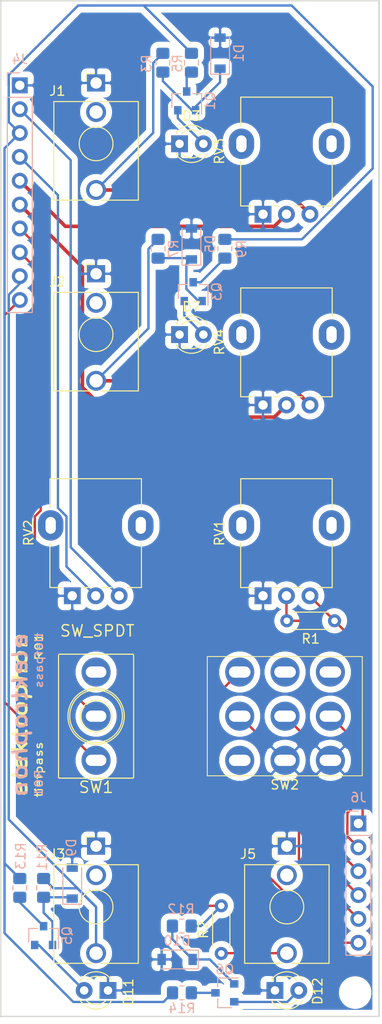
<source format=kicad_pcb>
(kicad_pcb (version 20221018) (generator pcbnew)
  (title_block (title "tiefpass") (date "2021-08-15") (rev "R01") (comment 1 "PCB for mount circuit") (comment 2 "LPG design by Don Buchla") (comment 4 "License CC BY 4.0 - Attribution 4.0 International"))
  (layers (0 "F.Cu" signal) (31 "B.Cu" signal) (34 "B.Paste" user) (35 "F.Paste" user) (36 "B.SilkS" user "B.Silkscreen") (37 "F.SilkS" user "F.Silkscreen") (38 "B.Mask" user) (39 "F.Mask" user) (44 "Edge.Cuts" user))
  (net 0 "")
  (net 1 "GND")
  (net 2 "+15V")
  (net 3 "Net-(SW1-Pad3)")
  (net 4 "/S4")
  (net 5 "/S3")
  (net 6 "Net-(J2-PadTN)")
  (net 7 "Net-(J3-PadTN)")
  (net 8 "/S1")
  (net 9 "/S2")
  (net 10 "Net-(J1-PadTN)")
  (net 11 "Net-(SW2-Pad3)")
  (net 12 "IN")
  (net 13 "/S2b")
  (net 14 "/S2a")
  (net 15 "OUT")
  (net 16 "RES_1_out")
  (net 17 "RES_1")
  (net 18 "CV2")
  (net 19 "CV1")
  (net 20 "CV")
  (net 21 "+5V")
  (net 22 "Net-(J5-PadTN)")
  (net 23 "Net-(J5-PadT)")
  (net 24 "Net-(SW2-Pad7)")
  (net 25 "Net-(SW2-Pad6)")
  (net 26 "Net-(D1-Pad1)")
  (net 27 "Net-(D3-Pad2)")
  (net 28 "Net-(D5-Pad1)")
  (net 29 "Net-(D7-Pad2)")
  (net 30 "Net-(D9-Pad1)")
  (net 31 "Net-(D10-Pad1)")
  (net 32 "Net-(D11-Pad2)")
  (net 33 "Net-(D12-Pad2)")
  (net 34 "/CV_1")
  (net 35 "/CV_2")
  (net 36 "Net-(Q1-Pad3)")
  (net 37 "Net-(Q3-Pad3)")
  (net 38 "Net-(Q5-Pad3)")
  (net 39 "Net-(Q6-Pad3)")
  (footprint "Resistor_THT:R_Axial_DIN0204_L3.6mm_D1.6mm_P5.08mm_Horizontal" (layer "F.Cu") (at 74.295 152.273 90)
    (fp_text reference "R2" (at 2.54 -1.92 90) (layer "F.SilkS"))
    (fp_text value "1k")
    (pad "1" thru_hole circle (at 0 0 90) (size 1.4 1.4) (drill 0.7) (layers "*.Cu" "*.Mask") (net 23 "Net-(J5-PadT)"))
    (pad "2" thru_hole oval (at 5.08 0 90) (size 1.4 1.4) (drill 0.7) (layers "*.Cu" "*.Mask") (net 15 "OUT"))
  )
  (footprint "elektrophon:Jack_3.5mm_WQP-PJ398SM_Vertical" (layer "F.Cu") (at 60.96 147.32)
    (fp_text reference "J3" (at -4.13 -5.63) (layer "F.SilkS"))
    (fp_text value "IN")
    (pad "S" thru_hole rect (at 0 -6.48 180) (size 1.93 1.83) (drill 1.22) (layers "*.Cu" "*.Mask") (net 1 "GND"))
    (pad "T" thru_hole circle (at 0 4.92 180) (size 2.13 2.13) (drill 1.43) (layers "*.Cu" "*.Mask") (net 12 "IN"))
    (pad "TN" thru_hole circle (at 0 -3.38 180) (size 2.13 2.13) (drill 1.42) (layers "*.Cu" "*.Mask") (net 7 "Net-(J3-PadTN)"))
  )
  (footprint "elektrophon:Jack_3.5mm_WQP-PJ398SM_Vertical" (layer "F.Cu") (at 60.96 66.04)
    (fp_text reference "J1" (at -4.13 -5.63) (layer "F.SilkS"))
    (fp_text value "CV1")
    (pad "S" thru_hole rect (at 0 -6.48 180) (size 1.93 1.83) (drill 1.22) (layers "*.Cu" "*.Mask") (net 1 "GND"))
    (pad "T" thru_hole circle (at 0 4.92 180) (size 2.13 2.13) (drill 1.43) (layers "*.Cu" "*.Mask") (net 34 "/CV_1"))
    (pad "TN" thru_hole circle (at 0 -3.38 180) (size 2.13 2.13) (drill 1.42) (layers "*.Cu" "*.Mask") (net 10 "Net-(J1-PadTN)"))
  )
  (footprint "elektrophon:Jack_3.5mm_WQP-PJ398SM_Vertical" (layer "F.Cu") (at 60.96 86.36)
    (fp_text reference "J2" (at -4.13 -5.63) (layer "F.SilkS"))
    (fp_text value "CV2")
    (pad "S" thru_hole rect (at 0 -6.48 180) (size 1.93 1.83) (drill 1.22) (layers "*.Cu" "*.Mask") (net 1 "GND"))
    (pad "T" thru_hole circle (at 0 4.92 180) (size 2.13 2.13) (drill 1.43) (layers "*.Cu" "*.Mask") (net 35 "/CV_2"))
    (pad "TN" thru_hole circle (at 0 -3.38 180) (size 2.13 2.13) (drill 1.42) (layers "*.Cu" "*.Mask") (net 6 "Net-(J2-PadTN)"))
  )
  (footprint "elektrophon:Potentiometer_Alpha_RD901F-40-00D_Single_Vertical" (layer "F.Cu") (at 60.96 106.68 90)
    (fp_text reference "RV2" (at -0.79 -7.18 270) (layer "F.SilkS"))
    (fp_text value "10k")
    (pad "" thru_hole oval (at 0 -4.84 180) (size 2.72 3.24) (drill oval 1.1 1.8) (layers "*.Cu" "*.Mask"))
    (pad "" thru_hole oval (at 0 4.76 180) (size 2.72 3.24) (drill oval 1.1 1.8) (layers "*.Cu" "*.Mask"))
    (pad "1" thru_hole rect (at -7.5 -2.54 180) (size 1.8 1.8) (drill 1) (layers "*.Cu" "*.Mask") (net 1 "GND"))
    (pad "2" thru_hole circle (at -7.5 -0.04 180) (size 1.8 1.8) (drill 1) (layers "*.Cu" "*.Mask") (net 20 "CV"))
    (pad "3" thru_hole circle (at -7.5 2.46 180) (size 1.8 1.8) (drill 1) (layers "*.Cu" "*.Mask") (net 2 "+15V"))
  )
  (footprint "elektrophon:Potentiometer_Alpha_RD901F-40-00D_Single_Vertical" (layer "F.Cu") (at 81.28 66.04 90)
    (fp_text reference "RV3" (at -0.79 -7.18 270) (layer "F.SilkS"))
    (fp_text value "100k")
    (pad "" thru_hole oval (at 0 -4.84 180) (size 2.72 3.24) (drill oval 1.1 1.8) (layers "*.Cu" "*.Mask"))
    (pad "" thru_hole oval (at 0 4.76 180) (size 2.72 3.24) (drill oval 1.1 1.8) (layers "*.Cu" "*.Mask"))
    (pad "1" thru_hole rect (at -7.5 -2.54 180) (size 1.8 1.8) (drill 1) (layers "*.Cu" "*.Mask") (net 1 "GND"))
    (pad "2" thru_hole circle (at -7.5 -0.04 180) (size 1.8 1.8) (drill 1) (layers "*.Cu" "*.Mask") (net 19 "CV1"))
    (pad "3" thru_hole circle (at -7.5 2.46 180) (size 1.8 1.8) (drill 1) (layers "*.Cu" "*.Mask") (net 34 "/CV_1"))
  )
  (footprint "elektrophon:Potentiometer_Alpha_RD901F-40-00D_Single_Vertical" (layer "F.Cu") (at 81.28 86.36 90)
    (fp_text reference "RV4" (at -0.79 -7.18 270) (layer "F.SilkS"))
    (fp_text value "100k")
    (pad "" thru_hole oval (at 0 -4.84 180) (size 2.72 3.24) (drill oval 1.1 1.8) (layers "*.Cu" "*.Mask"))
    (pad "" thru_hole oval (at 0 4.76 180) (size 2.72 3.24) (drill oval 1.1 1.8) (layers "*.Cu" "*.Mask"))
    (pad "1" thru_hole rect (at -7.5 -2.54 180) (size 1.8 1.8) (drill 1) (layers "*.Cu" "*.Mask") (net 1 "GND"))
    (pad "2" thru_hole circle (at -7.5 -0.04 180) (size 1.8 1.8) (drill 1) (layers "*.Cu" "*.Mask") (net 18 "CV2"))
    (pad "3" thru_hole circle (at -7.5 2.46 180) (size 1.8 1.8) (drill 1) (layers "*.Cu" "*.Mask") (net 35 "/CV_2"))
  )
  (footprint "elektrophon:3PDT" (layer "F.Cu") (at 81.06 127)
    (fp_text reference "SW2" (at 0 7.3) (layer "F.SilkS"))
    (fp_text value "SWITCH_3PDT")
    (pad "1" thru_hole circle (at 4.86 4.7) (size 3.1 3.1) (drill oval 2.3 1.2) (layers "*.Cu" "*.Mask") (net 1 "GND"))
    (pad "2" thru_hole circle (at 4.86 0) (size 3.1 3.1) (drill oval 2.3 1.2) (layers "*.Cu" "*.Mask") (net 8 "/S1"))
    (pad "3" thru_hole circle (at 4.86 -4.7) (size 3.1 3.1) (drill oval 2.3 1.2) (layers "*.Cu" "*.Mask") (net 11 "Net-(SW2-Pad3)"))
    (pad "4" thru_hole circle (at 0.03 4.7) (size 3.1 3.1) (drill oval 2.3 1.2) (layers "*.Cu" "*.Mask") (net 1 "GND"))
    (pad "5" thru_hole circle (at 0.03 0) (size 3.1 3.1) (drill oval 2.3 1.2) (layers "*.Cu" "*.Mask") (net 9 "/S2"))
    (pad "6" thru_hole circle (at 0.03 -4.7) (size 3.1 3.1) (drill oval 2.3 1.2) (layers "*.Cu" "*.Mask") (net 25 "Net-(SW2-Pad6)"))
    (pad "7" thru_hole circle (at -4.8 4.7) (size 3.1 3.1) (drill oval 2.3 1.2) (layers "*.Cu" "*.Mask") (net 24 "Net-(SW2-Pad7)"))
    (pad "8" thru_hole circle (at -4.8 0) (size 3.1 3.1) (drill oval 2.3 1.2) (layers "*.Cu" "*.Mask") (net 5 "/S3"))
    (pad "9" thru_hole circle (at -4.8 -4.7) (size 3.1 3.1) (drill oval 2.3 1.2) (layers "*.Cu" "*.Mask") (net 4 "/S4"))
  )
  (footprint "elektrophon:Jack_3.5mm_WQP-PJ398SM_Vertical" (layer "F.Cu") (at 81.28 147.32)
    (fp_text reference "J5" (at -4.13 -5.63) (layer "F.SilkS"))
    (fp_text value "OUT")
    (pad "S" thru_hole rect (at 0 -6.48 180) (size 1.93 1.83) (drill 1.22) (layers "*.Cu" "*.Mask") (net 1 "GND"))
    (pad "T" thru_hole circle (at 0 4.92 180) (size 2.13 2.13) (drill 1.43) (layers "*.Cu" "*.Mask") (net 23 "Net-(J5-PadT)"))
    (pad "TN" thru_hole circle (at 0 -3.38 180) (size 2.13 2.13) (drill 1.42) (layers "*.Cu" "*.Mask") (net 22 "Net-(J5-PadTN)"))
  )
  (footprint "elektrophon:SPDT_KIT" (layer "F.Cu") (at 60.96 127 180)
    (fp_text reference "SW1" (at -1.94056 -8.27532) (layer "F.SilkS") (effects (font (size 1.2065 1.2065) (thickness 0.1524)) (justify right bottom)))
    (fp_text value "SW_SPDT" (at -4.191 8.382) (layer "F.SilkS") (effects (font (size 1.2065 1.2065) (thickness 0.1524)) (justify right bottom)))
    (pad "1" thru_hole circle (at 0 -4.7 180) (size 3.1 3.1) (drill oval 2.2 1.2) (layers "*.Cu" "*.Mask") (net 13 "/S2b"))
    (pad "2" thru_hole circle (at 0 0 180) (size 3.1 3.1) (drill oval 2.2 1.2) (layers "*.Cu" "*.Mask") (net 14 "/S2a"))
    (pad "3" thru_hole circle (at 0 4.7 180) (size 3.1 3.1) (drill oval 2.2 1.2) (layers "*.Cu" "*.Mask") (net 3 "Net-(SW1-Pad3)"))
  )
  (footprint "Resistor_THT:R_Axial_DIN0204_L3.6mm_D1.6mm_P5.08mm_Horizontal" (layer "F.Cu") (at 86.36 116.84 180)
    (fp_text reference "R1" (at 2.54 -1.92) (layer "F.SilkS"))
    (fp_text value "22k")
    (pad "1" thru_hole circle (at 0 0 180) (size 1.4 1.4) (drill 0.7) (layers "*.Cu" "*.Mask") (net 17 "RES_1"))
    (pad "2" thru_hole oval (at 5.08 0 180) (size 1.4 1.4) (drill 0.7) (layers "*.Cu" "*.Mask") (net 16 "RES_1_out"))
  )
  (footprint "elektrophon:Potentiometer_Alpha_RD901F-40-00D_Single_Vertical" (layer "F.Cu") (at 81.28 106.68 90)
    (fp_text reference "RV1" (at -0.79 -7.18 270) (layer "F.SilkS"))
    (fp_text value "100k")
    (pad "" thru_hole oval (at 0 -4.84 180) (size 2.72 3.24) (drill oval 1.1 1.8) (layers "*.Cu" "*.Mask"))
    (pad "" thru_hole oval (at 0 4.76 180) (size 2.72 3.24) (drill oval 1.1 1.8) (layers "*.Cu" "*.Mask"))
    (pad "1" thru_hole rect (at -7.5 -2.54 180) (size 1.8 1.8) (drill 1) (layers "*.Cu" "*.Mask") (net 1 "GND"))
    (pad "2" thru_hole circle (at -7.5 -0.04 180) (size 1.8 1.8) (drill 1) (layers "*.Cu" "*.Mask") (net 16 "RES_1_out"))
    (pad "3" thru_hole circle (at -7.5 2.46 180) (size 1.8 1.8) (drill 1) (layers "*.Cu" "*.Mask") (net 17 "RES_1"))
  )
  (footprint "MountingHole:MountingHole_2.2mm_M2" (layer "F.Cu") (at 53.34 53.34)
    (fp_text reference "H1" hide)
    (fp_text value "MountingHole" hide)
    (pad "" np_thru_hole circle (at 0 0) (size 2.2 2.2) (drill 2.2) (layers "*.Cu" "*.Mask"))
  )
  (footprint "MountingHole:MountingHole_2.2mm_M2" (layer "F.Cu") (at 88.56 53.34)
    (fp_text reference "H2" hide)
    (fp_text value "MountingHole" hide)
    (pad "" np_thru_hole circle (at 0 0) (size 2.2 2.2) (drill 2.2) (layers "*.Cu" "*.Mask"))
  )
  (footprint "MountingHole:MountingHole_2.2mm_M2" (layer "F.Cu") (at 88.56 156.44)
    (fp_text reference "H4" hide)
    (fp_text value "MountingHole" hide)
    (pad "" np_thru_hole circle (at 0 0) (size 2.2 2.2) (drill 2.2) (layers "*.Cu" "*.Mask"))
  )
  (footprint "LED_THT:LED_D3.0mm" (layer "F.Cu") (at 69.85 66.04)
    (fp_text reference "D3" (at 1.27 -2.96) (layer "F.SilkS"))
    (fp_text value "LED (Yellow)")
    (pad "1" thru_hole rect (at 0 0) (size 1.8 1.8) (drill 0.9) (layers "*.Cu" "*.Mask") (net 1 "GND"))
    (pad "2" thru_hole circle (at 2.54 0) (size 1.8 1.8) (drill 0.9) (layers "*.Cu" "*.Mask") (net 27 "Net-(D3-Pad2)"))
  )
  (footprint "LED_THT:LED_D3.0mm" (layer "F.Cu") (at 69.85 86.36)
    (fp_text reference "D7" (at 1.27 -2.96) (layer "F.SilkS"))
    (fp_text value "LED (Yellow)")
    (pad "1" thru_hole rect (at 0 0) (size 1.8 1.8) (drill 0.9) (layers "*.Cu" "*.Mask") (net 1 "GND"))
    (pad "2" thru_hole circle (at 2.54 0) (size 1.8 1.8) (drill 0.9) (layers "*.Cu" "*.Mask") (net 29 "Net-(D7-Pad2)"))
  )
  (footprint "LED_THT:LED_D3.0mm" (layer "F.Cu") (at 62.23 156.21 180)
    (fp_text reference "D11" (at -2.17932 -0.16764 90) (layer "F.SilkS"))
    (fp_text value "LED (Green)" hide)
    (pad "1" thru_hole rect (at 0 0 180) (size 1.8 1.8) (drill 0.9) (layers "*.Cu" "*.Mask") (net 1 "GND"))
    (pad "2" thru_hole circle (at 2.54 0 180) (size 1.8 1.8) (drill 0.9) (layers "*.Cu" "*.Mask") (net 32 "Net-(D11-Pad2)"))
  )
  (footprint "LED_THT:LED_D3.0mm" (layer "F.Cu") (at 80.01 156.21)
    (fp_text reference "D12" (at 4.5466 0.08128 90) (layer "F.SilkS"))
    (fp_text value "LED (Red)" hide)
    (pad "1" thru_hole rect (at 0 0) (size 1.8 1.8) (drill 0.9) (layers "*.Cu" "*.Mask") (net 1 "GND"))
    (pad "2" thru_hole circle (at 2.54 0) (size 1.8 1.8) (drill 0.9) (layers "*.Cu" "*.Mask") (net 33 "Net-(D12-Pad2)"))
  )
  (footprint "MountingHole:MountingHole_2.2mm_M2" (layer "F.Cu") (at 53.34 156.44)
    (fp_text reference "H3" hide)
    (fp_text value "MountingHole" hide)
    (pad "" np_thru_hole circle (at 0 0) (size 2.2 2.2) (drill 2.2) (layers "*.Cu" "*.Mask"))
  )
  (footprint "elektrophon:elektrophon logo" (layer "F.Cu") (at 53.85816 126.85776 90)
    (fp_text reference "REF**" hide)
    (fp_text value "elektrophon logo" hide)
    (fp_text user "elektrophon" (at 0 -1.016 90) (layer "B.SilkS") (effects (font (size 1.5 2) (thickness 0.3) italic) (justify mirror)))
    (fp_text user "R01" (at -8.83 1 90) (layer "B.SilkS") (effects (font (size 0.8 1)) (justify right mirror)))
    (fp_text user "tiefpass" (at 8.84 1.02 90) (layer "B.SilkS") (effects (font (size 0.8 1)) (justify left mirror)))
    (fp_text user "R01" (at 8.8 1.02 90) (layer "F.SilkS") (effects (font (size 0.8 1)) (justify right)))
    (fp_text user "tiefpass" (at -8.88 1 90) (layer "F.SilkS") (effects (font (size 0.8 1)) (justify left)))
    (fp_text user "elektrophon" (at 0 -1.016 90) (layer "F.SilkS") (effects (font (size 1.5 2) (thickness 0.3) italic)))
  )
  (footprint "Diode_SMD:D_SOD-123" (layer "B.Cu") (at 74.168 56.388 90)
    (fp_text reference "D1" (at 0 2 270) (layer "B.SilkS") (effects (justify mirror)))
    (fp_text value "1N4148W")
    (pad "1" smd rect (at -1.65 0 90) (size 0.9 1.2) (layers "B.Cu" "B.Paste" "B.Mask") (net 26 "Net-(D1-Pad1)"))
    (pad "2" smd rect (at 1.65 0 90) (size 0.9 1.2) (layers "B.Cu" "B.Paste" "B.Mask") (net 1 "GND"))
  )
  (footprint "Diode_SMD:D_SOD-123" (layer "B.Cu") (at 71.12 76.708 90)
    (fp_text reference "D5" (at 0 2 90) (layer "B.SilkS") (effects (justify mirror)))
    (fp_text value "1N4148W")
    (pad "1" smd rect (at -1.65 0 90) (size 0.9 1.2) (layers "B.Cu" "B.Paste" "B.Mask") (net 28 "Net-(D5-Pad1)"))
    (pad "2" smd rect (at 1.65 0 90) (size 0.9 1.2) (layers "B.Cu" "B.Paste" "B.Mask") (net 1 "GND"))
  )
  (footprint "Diode_SMD:D_SOD-123" (layer "B.Cu") (at 58.42 144.78 90)
    (fp_text reference "D9" (at 3.7846 -0.09652 90) (layer "B.SilkS") (effects (justify mirror)))
    (fp_text value "1N4148W")
    (pad "1" smd rect (at -1.65 0 90) (size 0.9 1.2) (layers "B.Cu" "B.Paste" "B.Mask") (net 30 "Net-(D9-Pad1)"))
    (pad "2" smd rect (at 1.65 0 90) (size 0.9 1.2) (layers "B.Cu" "B.Paste" "B.Mask") (net 1 "GND"))
  )
  (footprint "Diode_SMD:D_SOD-123" (layer "B.Cu") (at 69.596 152.908 180)
    (fp_text reference "D10" (at 0 2) (layer "B.SilkS") (effects (justify mirror)))
    (fp_text value "1N4148W")
    (pad "1" smd rect (at -1.65 0 180) (size 0.9 1.2) (layers "B.Cu" "B.Paste" "B.Mask") (net 31 "Net-(D10-Pad1)"))
    (pad "2" smd rect (at 1.65 0 180) (size 0.9 1.2) (layers "B.Cu" "B.Paste" "B.Mask") (net 1 "GND"))
  )
  (footprint "Connector_PinSocket_2.54mm:PinSocket_1x10_P2.54mm_Vertical" (layer "B.Cu") (at 52.832 59.817 180)
    (fp_text reference "J4" (at 0 2.77) (layer "B.SilkS") (effects (justify mirror)))
    (fp_text value "Conn_01x10_Male" hide)
    (pad "1" thru_hole rect (at 0 0 180) (size 1.7 1.7) (drill 1) (layers "*.Cu" "*.Mask") (net 1 "GND"))
    (pad "2" thru_hole oval (at 0 -2.54 180) (size 1.7 1.7) (drill 1) (layers "*.Cu" "*.Mask") (net 2 "+15V"))
    (pad "3" thru_hole oval (at 0 -5.08 180) (size 1.7 1.7) (drill 1) (layers "*.Cu" "*.Mask") (net 21 "+5V"))
    (pad "4" thru_hole oval (at 0 -7.62 180) (size 1.7 1.7) (drill 1) (layers "*.Cu" "*.Mask") (net 20 "CV"))
    (pad "5" thru_hole oval (at 0 -10.16 180) (size 1.7 1.7) (drill 1) (layers "*.Cu" "*.Mask") (net 19 "CV1"))
    (pad "6" thru_hole oval (at 0 -12.7 180) (size 1.7 1.7) (drill 1) (layers "*.Cu" "*.Mask") (net 18 "CV2"))
    (pad "7" thru_hole oval (at 0 -15.24 180) (size 1.7 1.7) (drill 1) (layers "*.Cu" "*.Mask") (net 14 "/S2a"))
    (pad "8" thru_hole oval (at 0 -17.78 180) (size 1.7 1.7) (drill 1) (layers "*.Cu" "*.Mask") (net 13 "/S2b"))
    (pad "9" thru_hole oval (at 0 -20.32 180) (size 1.7 1.7) (drill 1) (layers "*.Cu" "*.Mask") (net 12 "IN"))
    (pad "10" thru_hole oval (at 0 -22.86 180) (size 1.7 1.7) (drill 1) (layers "*.Cu" "*.Mask") (net 15 "OUT"))
  )
  (footprint "Connector_PinSocket_2.54mm:PinSocket_1x06_P2.54mm_Vertical" (layer "B.Cu") (at 88.9 138.43 180)
    (fp_text reference "J6" (at 0 2.77) (layer "B.SilkS") (effects (justify mirror)))
    (fp_text value "Conn_01x06_Male" hide)
    (pad "1" thru_hole rect (at 0 0 180) (size 1.7 1.7) (drill 1) (layers "*.Cu" "*.Mask") (net 17 "RES_1"))
    (pad "2" thru_hole oval (at 0 -2.54 180) (size 1.7 1.7) (drill 1) (layers "*.Cu" "*.Mask") (net 16 "RES_1_out"))
    (pad "3" thru_hole oval (at 0 -5.08 180) (size 1.7 1.7) (drill 1) (layers "*.Cu" "*.Mask") (net 8 "/S1"))
    (pad "4" thru_hole oval (at 0 -7.62 180) (size 1.7 1.7) (drill 1) (layers "*.Cu" "*.Mask") (net 9 "/S2"))
    (pad "5" thru_hole oval (at 0 -10.16 180) (size 1.7 1.7) (drill 1) (layers "*.Cu" "*.Mask") (net 5 "/S3"))
    (pad "6" thru_hole oval (at 0 -12.7 180) (size 1.7 1.7) (drill 1) (layers "*.Cu" "*.Mask") (net 4 "/S4"))
  )
  (footprint "Package_TO_SOT_SMD:SOT-23" (layer "B.Cu") (at 70.612 61.468 90)
    (fp_text reference "Q1" (at 0 2.5 90) (layer "B.SilkS") (effects (justify mirror)))
    (fp_text value "MMBT3904")
    (pad "1" smd rect (at -1 0.95 90) (size 0.9 0.8) (layers "B.Cu" "B.Paste" "B.Mask") (net 26 "Net-(D1-Pad1)"))
    (pad "2" smd rect (at -1 -0.95 90) (size 0.9 0.8) (layers "B.Cu" "B.Paste" "B.Mask") (net 27 "Net-(D3-Pad2)"))
    (pad "3" smd rect (at 1 0 90) (size 0.9 0.8) (layers "B.Cu" "B.Paste" "B.Mask") (net 36 "Net-(Q1-Pad3)"))
  )
  (footprint "Package_TO_SOT_SMD:SOT-23" (layer "B.Cu") (at 71.302 81.788 90)
    (fp_text reference "Q3" (at 0 2.5 90) (layer "B.SilkS") (effects (justify mirror)))
    (fp_text value "MMBT3904")
    (pad "1" smd rect (at -1 0.95 90) (size 0.9 0.8) (layers "B.Cu" "B.Paste" "B.Mask") (net 28 "Net-(D5-Pad1)"))
    (pad "2" smd rect (at -1 -0.95 90) (size 0.9 0.8) (layers "B.Cu" "B.Paste" "B.Mask") (net 29 "Net-(D7-Pad2)"))
    (pad "3" smd rect (at 1 0 90) (size 0.9 0.8) (layers "B.Cu" "B.Paste" "B.Mask") (net 37 "Net-(Q3-Pad3)"))
  )
  (footprint "Package_TO_SOT_SMD:SOT-23" (layer "B.Cu") (at 55.372 150.368 90)
    (fp_text reference "Q5" (at 0 2.5 90) (layer "B.SilkS") (effects (justify mirror)))
    (fp_text value "MMBT3904")
    (pad "1" smd rect (at -1 0.95 90) (size 0.9 0.8) (layers "B.Cu" "B.Paste" "B.Mask") (net 30 "Net-(D9-Pad1)"))
    (pad "2" smd rect (at -1 -0.95 90) (size 0.9 0.8) (layers "B.Cu" "B.Paste" "B.Mask") (net 32 "Net-(D11-Pad2)"))
    (pad "3" smd rect (at 1 0 90) (size 0.9 0.8) (layers "B.Cu" "B.Paste" "B.Mask") (net 38 "Net-(Q5-Pad3)"))
  )
  (footprint "Package_TO_SOT_SMD:SOT-23" (layer "B.Cu") (at 74.676 156.464 180)
    (fp_text reference "Q6" (at 0 2.5) (layer "B.SilkS") (effects (justify mirror)))
    (fp_text value "MMBT3904")
    (pad "1" smd rect (at -1 0.95 180) (size 0.9 0.8) (layers "B.Cu" "B.Paste" "B.Mask") (net 31 "Net-(D10-Pad1)"))
    (pad "2" smd rect (at -1 -0.95 180) (size 0.9 0.8) (layers "B.Cu" "B.Paste" "B.Mask") (net 33 "Net-(D12-Pad2)"))
    (pad "3" smd rect (at 1 0 180) (size 0.9 0.8) (layers "B.Cu" "B.Paste" "B.Mask") (net 39 "Net-(Q6-Pad3)"))
  )
  (footprint "Resistor_SMD:R_0805_2012Metric_Pad1.20x1.40mm_HandSolder" (layer "B.Cu") (at 68.072 57.404 90)
    (fp_text reference "R3" (at -0.1016 -1.73736 90) (layer "B.SilkS") (effects (justify mirror)))
    (fp_text value "100k")
    (pad "1" smd roundrect (at -1 0 90) (size 1.2 1.4) (layers "B.Cu" "B.Paste" "B.Mask") (roundrect_rratio 0.208333) (net 26 "Net-(D1-Pad1)"))
    (pad "2" smd roundrect (at 1 0 90) (size 1.2 1.4) (layers "B.Cu" "B.Paste" "B.Mask") (roundrect_rratio 0.208333) (net 34 "/CV_1"))
  )
  (footprint "Resistor_SMD:R_0805_2012Metric_Pad1.20x1.40mm_HandSolder" (layer "B.Cu") (at 71.12 57.404 -90)
    (fp_text reference "R5" (at 0.0762 1.4986 90) (layer "B.SilkS") (effects (justify mirror)))
    (fp_text value "5k")
    (pad "1" smd roundrect (at -1 0 270) (size 1.2 1.4) (layers "B.Cu" "B.Paste" "B.Mask") (roundrect_rratio 0.208333) (net 21 "+5V"))
    (pad "2" smd roundrect (at 1 0 270) (size 1.2 1.4) (layers "B.Cu" "B.Paste" "B.Mask") (roundrect_rratio 0.208333) (net 36 "Net-(Q1-Pad3)"))
  )
  (footprint "Resistor_SMD:R_0805_2012Metric_Pad1.20x1.40mm_HandSolder" (layer "B.Cu") (at 67.564 77.216 90)
    (fp_text reference "R7" (at 0 1.65 90) (layer "B.SilkS") (effects (justify mirror)))
    (fp_text value "100k")
    (pad "1" smd roundrect (at -1 0 90) (size 1.2 1.4) (layers "B.Cu" "B.Paste" "B.Mask") (roundrect_rratio 0.208333) (net 28 "Net-(D5-Pad1)"))
    (pad "2" smd roundrect (at 1 0 90) (size 1.2 1.4) (layers "B.Cu" "B.Paste" "B.Mask") (roundrect_rratio 0.208333) (net 35 "/CV_2"))
  )
  (footprint "Resistor_SMD:R_0805_2012Metric_Pad1.20x1.40mm_HandSolder" (layer "B.Cu") (at 74.676 77.216 -90)
    (fp_text reference "R9" (at 0.02032 -1.77292 90) (layer "B.SilkS") (effects (justify mirror)))
    (fp_text value "5k")
    (pad "1" smd roundrect (at -1 0 270) (size 1.2 1.4) (layers "B.Cu" "B.Paste" "B.Mask") (roundrect_rratio 0.208333) (net 21 "+5V"))
    (pad "2" smd roundrect (at 1 0 270) (size 1.2 1.4) (layers "B.Cu" "B.Paste" "B.Mask") (roundrect_rratio 0.208333) (net 37 "Net-(Q3-Pad3)"))
  )
  (footprint "Resistor_SMD:R_0805_2012Metric_Pad1.20x1.40mm_HandSolder" (layer "B.Cu") (at 55.372 145.288 90)
    (fp_text reference "R11" (at 3.26136 -0.15748 90) (layer "B.SilkS") (effects (justify mirror)))
    (fp_text value "100k")
    (pad "1" smd roundrect (at -1 0 90) (size 1.2 1.4) (layers "B.Cu" "B.Paste" "B.Mask") (roundrect_rratio 0.208333) (net 30 "Net-(D9-Pad1)"))
    (pad "2" smd roundrect (at 1 0 90) (size 1.2 1.4) (layers "B.Cu" "B.Paste" "B.Mask") (roundrect_rratio 0.208333) (net 12 "IN"))
  )
  (footprint "Resistor_SMD:R_0805_2012Metric_Pad1.20x1.40mm_HandSolder" (layer "B.Cu") (at 70.088 149.352)
    (fp_text reference "R12" (at -0.08052 -1.79324) (layer "B.SilkS") (effects (justify mirror)))
    (fp_text value "100k")
    (pad "1" smd roundrect (at -1 0) (size 1.2 1.4) (layers "B.Cu" "B.Paste" "B.Mask") (roundrect_rratio 0.208333) (net 31 "Net-(D10-Pad1)"))
    (pad "2" smd roundrect (at 1 0) (size 1.2 1.4) (layers "B.Cu" "B.Paste" "B.Mask") (roundrect_rratio 0.208333) (net 15 "OUT"))
  )
  (footprint "Resistor_SMD:R_0805_2012Metric_Pad1.20x1.40mm_HandSolder" (layer "B.Cu") (at 52.832 145.288 -90)
    (fp_text reference "R13" (at -3.39344 -0.09652 90) (layer "B.SilkS") (effects (justify mirror)))
    (fp_text value "5k")
    (pad "1" smd roundrect (at -1 0 270) (size 1.2 1.4) (layers "B.Cu" "B.Paste" "B.Mask") (roundrect_rratio 0.208333) (net 21 "+5V"))
    (pad "2" smd roundrect (at 1 0 270) (size 1.2 1.4) (layers "B.Cu" "B.Paste" "B.Mask") (roundrect_rratio 0.208333) (net 38 "Net-(Q5-Pad3)"))
  )
  (footprint "Resistor_SMD:R_0805_2012Metric_Pad1.20x1.40mm_HandSolder" (layer "B.Cu") (at 70.104 156.464)
    (fp_text reference "R14" (at 0 1.65) (layer "B.SilkS") (effects (justify mirror)))
    (fp_text value "5k")
    (pad "1" smd roundrect (at -1 0) (size 1.2 1.4) (layers "B.Cu" "B.Paste" "B.Mask") (roundrect_rratio 0.208333) (net 21 "+5V"))
    (pad "2" smd roundrect (at 1 0) (size 1.2 1.4) (layers "B.Cu" "B.Paste" "B.Mask") (roundrect_rratio 0.208333) (net 39 "Net-(Q6-Pad3)"))
  )
  (gr_line (start 50.8 50.8) (end 50.8 158.98) (stroke (width 0.15)) (layer "Edge.Cuts"))
  (gr_line (start 91.1 158.98) (end 50.8 158.98) (stroke (width 0.15)) (layer "Edge.Cuts"))
  (gr_line (start 50.8 50.8) (end 91.1 50.8) (stroke (width 0.15)) (layer "Edge.Cuts"))
  (gr_line (start 91.1 50.8) (end 91.1 158.98) (stroke (width 0.15)) (layer "Edge.Cuts"))
  (segment (start 58.255021 67.780021) (end 58.255021 109.015021) (width 0.25) (layer "B.Cu") (net 2))
  (segment (start 58.255021 109.015021) (end 63.42 114.18) (width 0.25) (layer "B.Cu") (net 2))
  (segment (start 52.832 62.357) (end 58.255021 67.780021) (width 0.25) (layer "B.Cu") (net 2))
  (segment (start 73.58888 128.36144) (end 73.58888 138.306082) (width 0.25) (layer "F.Cu") (net 4))
  (segment (start 73.58888 124.97112) (end 76.26 122.3) (width 0.25) (layer "F.Cu") (net 4))
  (segment (start 73.58888 125.35112) (end 73.58888 128.36144) (width 0.25) (layer "F.Cu") (net 4))
  (segment (start 86.412798 151.13) (end 88.9 151.13) (width 0.25) (layer "F.Cu") (net 4))
  (segment (start 73.58888 138.306082) (end 86.412798 151.13) (width 0.25) (layer "F.Cu") (net 4))
  (segment (start 73.58888 128.36144) (end 73.58888 124.97112) (width 0.25) (layer "F.Cu") (net 4))
  (segment (start 78.62824 131.64312) (end 78.62824 129.74824) (width 0.25) (layer "F.Cu") (net 5))
  (segment (start 78.62824 134.41172) (end 78.62824 131.64312) (width 0.25) (layer "F.Cu") (net 5))
  (segment (start 88.9 148.59) (end 82.570001 142.260001) (width 0.25) (layer "F.Cu") (net 5))
  (segment (start 78.62824 131.64312) (end 78.62824 129.36824) (width 0.25) (layer "F.Cu") (net 5))
  (segment (start 82.570001 142.260001) (end 82.570001 138.353481) (width 0.25) (layer "F.Cu") (net 5))
  (segment (start 78.62824 129.36824) (end 76.26 127) (width 0.25) (layer "F.Cu") (net 5))
  (segment (start 82.570001 138.353481) (end 78.62824 134.41172) (width 0.25) (layer "F.Cu") (net 5))
  (segment (start 87.274988 139.344988) (end 87.274988 137.133599) (width 0.25) (layer "F.Cu") (net 8))
  (segment (start 87.274988 137.133599) (end 88.449989 135.958602) (width 0.25) (layer "F.Cu") (net 8))
  (segment (start 87.274988 141.08399) (end 87.274988 139.344988) (width 0.25) (layer "F.Cu") (net 8))
  (segment (start 87.274988 141.884988) (end 88.9 143.51) (width 0.25) (layer "F.Cu") (net 8))
  (segment (start 88.449989 132.042331) (end 88.449989 129.529989) (width 0.25) (layer "F.Cu") (net 8))
  (segment (start 87.274988 139.344988) (end 87.274988 141.884988) (width 0.25) (layer "F.Cu") (net 8))
  (segment (start 88.449989 132.042331) (end 88.449989 129.909989) (width 0.25) (layer "F.Cu") (net 8))
  (segment (start 88.449989 129.529989) (end 85.92 127) (width 0.25) (layer "F.Cu") (net 8))
  (segment (start 88.449989 135.958602) (end 88.449989 132.042331) (width 0.25) (layer "F.Cu") (net 8))
  (segment (start 88.9 146.05) (end 83.52028 140.67028) (width 0.25) (layer "F.Cu") (net 9))
  (segment (start 83.52028 133.223) (end 83.52028 129.81028) (width 0.25) (layer "F.Cu") (net 9))
  (segment (start 83.52028 140.67028) (end 83.52028 133.223) (width 0.25) (layer "F.Cu") (net 9))
  (segment (start 83.52028 129.43028) (end 81.09 127) (width 0.25) (layer "F.Cu") (net 9))
  (segment (start 83.52028 133.223) (end 83.52028 129.43028) (width 0.25) (layer "F.Cu") (net 9))
  (segment (start 51.656999 138.002001) (end 60.96 147.305002) (width 0.25) (layer "B.Cu") (net 12))
  (segment (start 56.414001 145.330001) (end 58.955003 145.330001) (width 0.25) (layer "B.Cu") (net 12))
  (segment (start 60.96 147.334998) (end 60.96 152.24) (width 0.25) (layer "B.Cu") (net 12))
  (segment (start 58.955003 145.330001) (end 60.96 147.334998) (width 0.25) (layer "B.Cu") (net 12))
  (segment (start 52.832 80.137) (end 52.832 80.937998) (width 0.25) (layer "B.Cu") (net 12))
  (segment (start 51.656999 82.112999) (end 51.656999 138.002001) (width 0.25) (layer "B.Cu") (net 12))
  (segment (start 60.96 147.305002) (end 60.96 152.24) (width 0.25) (layer "B.Cu") (net 12))
  (segment (start 55.372 144.288) (end 56.414001 145.330001) (width 0.25) (layer "B.Cu") (net 12))
  (segment (start 52.832 80.937998) (end 51.656999 82.112999) (width 0.25) (layer "B.Cu") (net 12))
  (segment (start 54.61 104.910627) (end 53.984979 105.535647) (width 0.25) (layer "F.Cu") (net 13))
  (segment (start 54.61 84.455) (end 54.61 85.09) (width 0.25) (layer "F.Cu") (net 13))
  (segment (start 54.61 85.09) (end 54.61 104.910627) (width 0.25) (layer "F.Cu") (net 13))
  (segment (start 54.61 79.375) (end 52.832 77.597) (width 0.25) (layer "F.Cu") (net 13))
  (segment (start 53.984979 124.724979) (end 60.96 131.7) (width 0.25) (layer "F.Cu") (net 13))
  (segment (start 53.984979 105.535647) (end 53.984979 124.724979) (width 0.25) (layer "F.Cu") (net 13))
  (segment (start 54.61 85.09) (end 54.61 79.375) (width 0.25) (layer "F.Cu") (net 13))
  (segment (start 55.060011 77.285011) (end 52.832 75.057) (width 0.25) (layer "F.Cu") (net 14))
  (segment (start 54.43499 105.722047) (end 54.43499 120.47499) (width 0.25) (layer "F.Cu") (net 14))
  (segment (start 55.060011 83.115989) (end 55.060011 77.285011) (width 0.25) (layer "F.Cu") (net 14))
  (segment (start 55.060011 83.115989) (end 55.060011 105.097027) (width 0.25) (layer "F.Cu") (net 14))
  (segment (start 54.43499 120.47499) (end 60.96 127) (width 0.25) (layer "F.Cu") (net 14))
  (segment (start 55.060011 82.365011) (end 55.060011 83.115989) (width 0.25) (layer "F.Cu") (net 14))
  (segment (start 55.060011 105.097027) (end 54.43499 105.722047) (width 0.25) (layer "F.Cu") (net 14))
  (segment (start 72.896589 147.193) (end 74.295 147.193) (width 0.25) (layer "F.Cu") (net 15))
  (segment (start 51.206988 125.503399) (end 72.896589 147.193) (width 0.25) (layer "F.Cu") (net 15))
  (segment (start 51.206988 87.985012) (end 51.206988 84.302012) (width 0.25) (layer "F.Cu") (net 15))
  (segment (start 51.206988 86.842012) (end 51.206988 87.985012) (width 0.25) (layer "F.Cu") (net 15))
  (segment (start 51.206988 84.302012) (end 52.832 82.677) (width 0.25) (layer "F.Cu") (net 15))
  (segment (start 51.206988 87.985012) (end 51.206988 125.503399) (width 0.25) (layer "F.Cu") (net 15))
  (segment (start 71.088 149.352) (end 72.136 149.352) (width 0.25) (layer "B.Cu") (net 15))
  (segment (start 72.136 149.352) (end 74.295 147.193) (width 0.25) (layer "B.Cu") (net 15))
  (segment (start 81.24 116.8) (end 81.28 116.84) (width 0.25) (layer "F.Cu") (net 16))
  (segment (start 81.24 114.18) (end 81.24 116.8) (width 0.25) (layer "F.Cu") (net 16))
  (segment (start 88.9 121.88444) (end 88.9 136.144998) (width 0.25) (layer "F.Cu") (net 16))
  (segment (start 87.724999 137.319999) (end 87.724999 139.794999) (width 0.25) (layer "F.Cu") (net 16))
  (segment (start 88.9 136.144998) (end 87.724999 137.319999) (width 0.25) (layer "F.Cu") (net 16))
  (segment (start 83.85556 116.84) (end 88.9 121.88444) (width 0.25) (layer "F.Cu") (net 16))
  (segment (start 87.724999 139.794999) (end 88.9 140.97) (width 0.25) (layer "F.Cu") (net 16))
  (segment (start 81.28 116.84) (end 83.85556 116.84) (width 0.25) (layer "F.Cu") (net 16))
  (segment (start 89.350011 137.979989) (end 89.350011 119.830011) (width 0.25) (layer "F.Cu") (net 17))
  (segment (start 86.36 116.84) (end 83.74 114.22) (width 0.25) (layer "F.Cu") (net 17))
  (segment (start 89.350011 119.830011) (end 86.36 116.84) (width 0.25) (layer "F.Cu") (net 17))
  (segment (start 83.74 114.22) (end 83.74 114.18) (width 0.25) (layer "F.Cu") (net 17))
  (segment (start 88.9 138.43) (end 89.350011 137.979989) (width 0.25) (layer "F.Cu") (net 17))
  (segment (start 59.504499 79.189499) (end 52.832 72.517) (width 0.381) (layer "F.Cu") (net 18))
  (segment (start 81.24 93.86) (end 79.949499 95.150501) (width 0.381) (layer "F.Cu") (net 18))
  (segment (start 79.949499 95.150501) (end 62.676359 95.150501) (width 0.381) (layer "F.Cu") (net 18))
  (segment (start 59.504499 91.978641) (end 59.504499 79.189499) (width 0.381) (layer "F.Cu") (net 18))
  (segment (start 62.676359 95.150501) (end 59.504499 91.978641) (width 0.381) (layer "F.Cu") (net 18))
  (segment (start 52.832 69.977) (end 57.685501 74.830501) (width 0.381) (layer "F.Cu") (net 19))
  (segment (start 79.949499 74.830501) (end 81.24 73.54) (width 0.381) (layer "F.Cu") (net 19))
  (segment (start 57.685501 74.830501) (end 79.949499 74.830501) (width 0.381) (layer "F.Cu") (net 19))
  (segment (start 57.80501 105.722047) (end 57.80501 111.06501) (width 0.25) (layer "B.Cu") (net 20))
  (segment (start 57.80501 111.06501) (end 60.92 114.18) (width 0.25) (layer "B.Cu") (net 20))
  (segment (start 56.896 104.813037) (end 57.80501 105.722047) (width 0.25) (layer "B.Cu") (net 20))
  (segment (start 52.832 67.437) (end 56.896 71.501) (width 0.25) (layer "B.Cu") (net 20))
  (segment (start 56.896 71.501) (end 56.896 104.813037) (width 0.25) (layer "B.Cu") (net 20))
  (segment (start 51.206988 136.601788) (end 51.206988 138.764692) (width 0.25) (layer "B.Cu") (net 21))
  (segment (start 90.424 59.944) (end 90.424 68.669002) (width 0.25) (layer "B.Cu") (net 21))
  (segment (start 90.424 68.669002) (end 82.877002 76.216) (width 0.25) (layer "B.Cu") (net 21))
  (segment (start 51.206988 66.522012) (end 52.832 64.897) (width 0.25) (layer "B.Cu") (net 21))
  (segment (start 51.206988 138.764692) (end 51.206988 150.11199) (width 0.25) (layer "B.Cu") (net 21))
  (segment (start 58.529999 157.435001) (end 56.046399 154.951401) (width 0.25) (layer "B.Cu") (net 21))
  (segment (start 66.04 51.324) (end 71.12 56.404) (width 0.25) (layer "B.Cu") (net 21))
  (segment (start 82.877002 76.216) (end 74.676 76.216) (width 0.25) (layer "B.Cu") (net 21))
  (segment (start 81.788 51.308) (end 90.424 59.944) (width 0.25) (layer "B.Cu") (net 21))
  (segment (start 51.656999 58.706999) (end 59.055998 51.308) (width 0.25) (layer "B.Cu") (net 21))
  (segment (start 66.04 51.308) (end 66.04 51.324) (width 0.25) (layer "B.Cu") (net 21))
  (segment (start 69.104 156.464) (end 68.132999 157.435001) (width 0.25) (layer "B.Cu") (net 21))
  (segment (start 66.04 51.308) (end 81.788 51.308) (width 0.25) (layer "B.Cu") (net 21))
  (segment (start 68.132999 157.435001) (end 58.529999 157.435001) (width 0.25) (layer "B.Cu") (net 21))
  (segment (start 51.206988 138.764692) (end 51.206988 142.662988) (width 0.25) (layer "B.Cu") (net 21))
  (segment (start 60.93968 51.308) (end 66.04 51.308) (width 0.25) (layer "B.Cu") (net 21))
  (segment (start 51.206988 150.11199) (end 56.046399 154.951401) (width 0.25) (layer "B.Cu") (net 21))
  (segment (start 51.656999 63.721999) (end 51.656999 58.706999) (width 0.25) (layer "B.Cu") (net 21))
  (segment (start 51.206988 136.601788) (end 51.206988 66.522012) (width 0.25) (layer "B.Cu") (net 21))
  (segment (start 52.832 64.897) (end 51.656999 63.721999) (width 0.25) (layer "B.Cu") (net 21))
  (segment (start 51.206988 142.662988) (end 52.832 144.288) (width 0.25) (layer "B.Cu") (net 21))
  (segment (start 59.055998 51.308) (end 60.93968 51.308) (width 0.25) (layer "B.Cu") (net 21))
  (segment (start 59.46648 51.308) (end 60.93968 51.308) (width 0.25) (layer "B.Cu") (net 21))
  (segment (start 56.046399 154.951401) (end 51.656999 150.562001) (width 0.25) (layer "B.Cu") (net 21))
  (segment (start 51.206988 138.188401) (end 51.206988 136.601788) (width 0.25) (layer "B.Cu") (net 21))
  (segment (start 81.28 152.24) (end 74.328 152.24) (width 0.25) (layer "F.Cu") (net 23))
  (segment (start 74.328 152.24) (end 74.295 152.273) (width 0.25) (layer "F.Cu") (net 23))
  (segment (start 71.176998 62.468) (end 71.562 62.468) (width 0.25) (layer "B.Cu") (net 26))
  (segment (start 68.072 58.404) (end 68.072 59.363002) (width 0.25) (layer "B.Cu") (net 26))
  (segment (start 71.176998 62.468) (end 74.168 59.476998) (width 0.25) (layer "B.Cu") (net 26))
  (segment (start 68.072 59.363002) (end 71.176998 62.468) (width 0.25) (layer "B.Cu") (net 26))
  (segment (start 74.168 59.476998) (end 74.168 58.038) (width 0.25) (layer "B.Cu") (net 26))
  (segment (start 69.662 62.468) (end 69.662 63.312) (width 0.25) (layer "B.Cu") (net 27))
  (segment (start 69.662 63.312) (end 72.39 66.04) (width 0.25) (layer "B.Cu") (net 27))
  (segment (start 71.12 78.358) (end 70.576999 78.901001) (width 0.25) (layer "B.Cu") (net 28))
  (segment (start 70.576999 81.498001) (end 71.866998 82.788) (width 0.25) (layer "B.Cu") (net 28))
  (segment (start 67.564 78.216) (end 70.978 78.216) (width 0.25) (layer "B.Cu") (net 28))
  (segment (start 71.866998 82.788) (end 72.252 82.788) (width 0.25) (layer "B.Cu") (net 28))
  (segment (start 70.978 78.216) (end 71.12 78.358) (width 0.25) (layer "B.Cu") (net 28))
  (segment (start 70.576999 78.901001) (end 70.576999 81.498001) (width 0.25) (layer "B.Cu") (net 28))
  (segment (start 70.352 82.788) (end 70.352 84.322) (width 0.25) (layer "B.Cu") (net 29))
  (segment (start 70.352 84.322) (end 72.39 86.36) (width 0.25) (layer "B.Cu") (net 29))
  (segment (start 56.322 148.882998) (end 56.322 151.368) (width 0.25) (layer "B.Cu") (net 30))
  (segment (start 55.372 146.288) (end 55.372 147.932998) (width 0.25) (layer "B.Cu") (net 30))
  (segment (start 55.372 147.932998) (end 56.322 148.882998) (width 0.25) (layer "B.Cu") (net 30))
  (segment (start 55.372 146.288) (end 58.278 146.288) (width 0.25) (layer "B.Cu") (net 30))
  (segment (start 58.278 146.288) (end 58.42 146.43) (width 0.25) (layer "B.Cu") (net 30))
  (segment (start 71.246 152.908) (end 73.07 152.908) (width 0.25) (layer "B.Cu") (net 31))
  (segment (start 73.07 152.908) (end 75.676 155.514) (width 0.25) (layer "B.Cu") (net 31))
  (segment (start 69.088 150.75) (end 71.246 152.908) (width 0.25) (layer "B.Cu") (net 31))
  (segment (start 69.088 149.352) (end 69.088 150.75) (width 0.25) (layer "B.Cu") (net 31))
  (segment (start 54.422 151.368) (end 54.848 151.368) (width 0.25) (layer "B.Cu") (net 32))
  (segment (start 54.848 151.368) (end 59.69 156.21) (width 0.25) (layer "B.Cu") (net 32))
  (segment (start 75.676 157.414) (end 75.697001 157.435001) (width 0.25) (layer "B.Cu") (net 33))
  (segment (start 75.697001 157.435001) (end 81.324999 157.435001) (width 0.25) (layer "B.Cu") (net 33))
  (segment (start 81.324999 157.435001) (end 82.55 156.21) (width 0.25) (layer "B.Cu") (net 33))
  (segment (start 60.96 70.96) (end 81.16 70.96) (width 0.381) (layer "F.Cu") (net 34))
  (segment (start 81.16 70.96) (end 83.74 73.54) (width 0.381) (layer "F.Cu") (net 34))
  (segment (start 68.072 56.404) (end 67.04699 57.42901) (width 0.25) (layer "B.Cu") (net 34))
  (segment (start 67.04699 64.87301) (end 60.96 70.96) (width 0.25) (layer "B.Cu") (net 34))
  (segment (start 67.04699 57.42901) (end 67.04699 64.87301) (width 0.25) (layer "B.Cu") (net 34))
  (segment (start 81.16 91.28) (end 83.74 93.86) (width 0.381) (layer "F.Cu") (net 35))
  (segment (start 60.96 91.28) (end 81.16 91.28) (width 0.381) (layer "F.Cu") (net 35))
  (segment (start 67.564 76.216) (end 66.53899 77.24101) (width 0.25) (layer "B.Cu") (net 35))
  (segment (start 66.53899 77.24101) (end 66.53899 85.70101) (width 0.25) (layer "B.Cu") (net 35))
  (segment (start 66.53899 85.70101) (end 60.96 91.28) (width 0.25) (layer "B.Cu") (net 35))
  (segment (start 70.612 60.468) (end 70.612 58.912) (width 0.25) (layer "B.Cu") (net 36))
  (segment (start 70.612 58.912) (end 71.12 58.404) (width 0.25) (layer "B.Cu") (net 36))
  (segment (start 72.104 80.788) (end 74.676 78.216) (width 0.25) (layer "B.Cu") (net 37))
  (segment (start 71.302 80.788) (end 72.104 80.788) (width 0.25) (layer "B.Cu") (net 37))
  (segment (start 52.832 146.828) (end 55.372 149.368) (width 0.25) (layer "B.Cu") (net 38))
  (segment (start 52.832 146.288) (end 52.832 146.828) (width 0.25) (layer "B.Cu") (net 38))
  (segment (start 73.676 156.464) (end 71.104 156.464) (width 0.25) (layer "B.Cu") (net 39))
  (zone (net 1) (net_name "GND") (layer "B.Cu") (connect_pads (clearance 0.508)) (min_thickness 0.254) (fill yes (thermal_gap 0.508) (thermal_bridge_width 0.508))
    (polygon (pts (xy 91.44 159.512) (xy 50.8 159.512) (xy 50.8 50.8) (xy 91.44 50.8)))
  )
)
</source>
